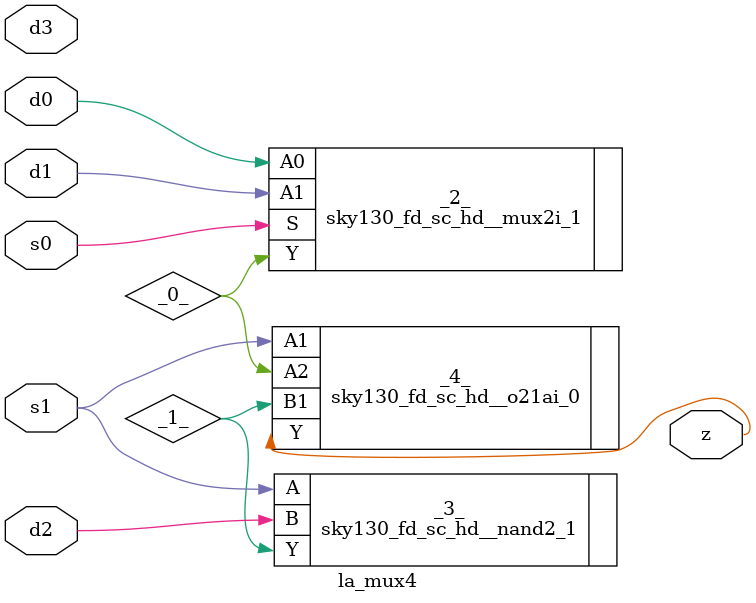
<source format=v>

/* Generated by Yosys 0.37 (git sha1 a5c7f69ed, clang 14.0.0-1ubuntu1.1 -fPIC -Os) */

module la_mux4(d0, d1, d2, d3, s0, s1, z);
  wire _0_;
  wire _1_;
  input d0;
  wire d0;
  input d1;
  wire d1;
  input d2;
  wire d2;
  input d3;
  wire d3;
  input s0;
  wire s0;
  input s1;
  wire s1;
  output z;
  wire z;
  sky130_fd_sc_hd__mux2i_1 _2_ (
    .A0(d0),
    .A1(d1),
    .S(s0),
    .Y(_0_)
  );
  sky130_fd_sc_hd__nand2_1 _3_ (
    .A(s1),
    .B(d2),
    .Y(_1_)
  );
  sky130_fd_sc_hd__o21ai_0 _4_ (
    .A1(s1),
    .A2(_0_),
    .B1(_1_),
    .Y(z)
  );
endmodule

</source>
